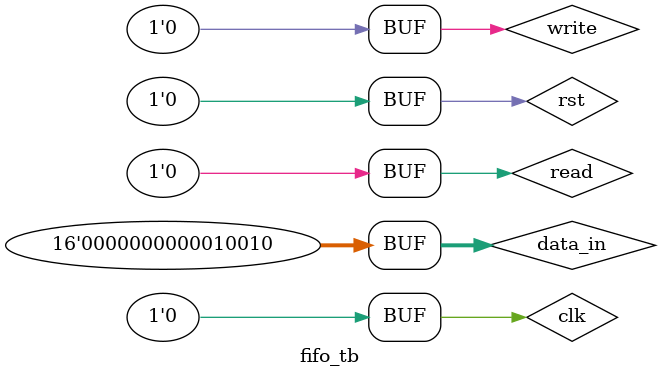
<source format=v>
module fifo_tb;

reg rst, clk;
reg [15:0] data_in;
reg write, read;
wire [15:0] data_out;
wire fifo_full, fifo_empty, fifo_not_empty, fifo_not_full;

fifo #(.WIDTH(16), .DEPTH(4)) uut(
	.rst(rst), 
	.clk(clk),
	.data_in(data_in),
	.write(write),
	.read(read),
	.data_out(data_out),
	.fifo_full(fifo_full),
	.fifo_empty(fifo_empty),
	.fifo_not_empty(fifo_not_empty),
	.fifo_not_full(fifo_not_full)
	);

initial begin
	#13  data_in <= 16'd3;
	    write <= 1'b1;

	#10 
	data_in <= 16'd10;
	write <= 1'b1;

	#10 
	data_in <= 16'd15;
	write <= 1'b1;

	#10 
	data_in <= 16'd18;
	write <= 1'b1;

	#5 write <= 1'b0;

	#10  read <= 1'b1;
	#10  read <= 1'b1;
	#10  read <= 1'b1;
	#10  read <= 1'b1;
	#10  read <= 1'b1;
	#10  read <= 1'b1;
	#10 read <= 1'b0;

end

initial begin
rst <= 1;
clk <= 0;
#3
rst <= 0;
end

initial begin
	repeat(500)
		#5 clk <= ~clk;
end


endmodule
</source>
